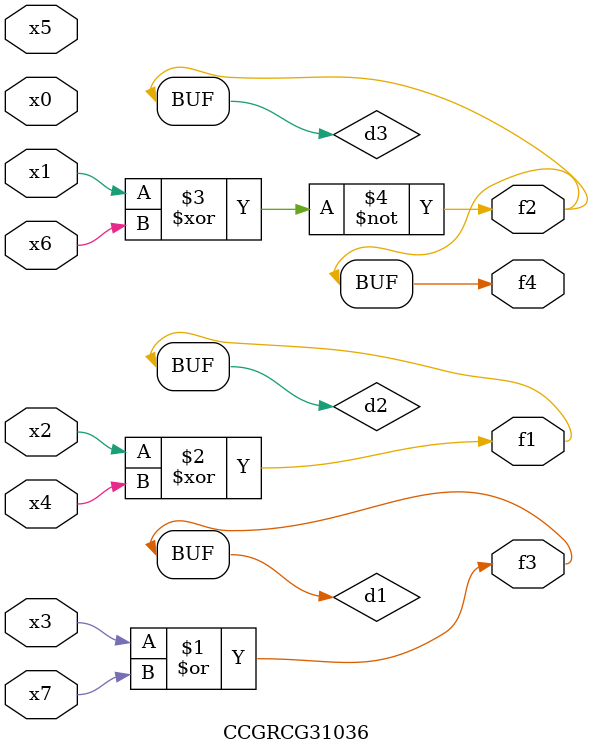
<source format=v>
module CCGRCG31036(
	input x0, x1, x2, x3, x4, x5, x6, x7,
	output f1, f2, f3, f4
);

	wire d1, d2, d3;

	or (d1, x3, x7);
	xor (d2, x2, x4);
	xnor (d3, x1, x6);
	assign f1 = d2;
	assign f2 = d3;
	assign f3 = d1;
	assign f4 = d3;
endmodule

</source>
